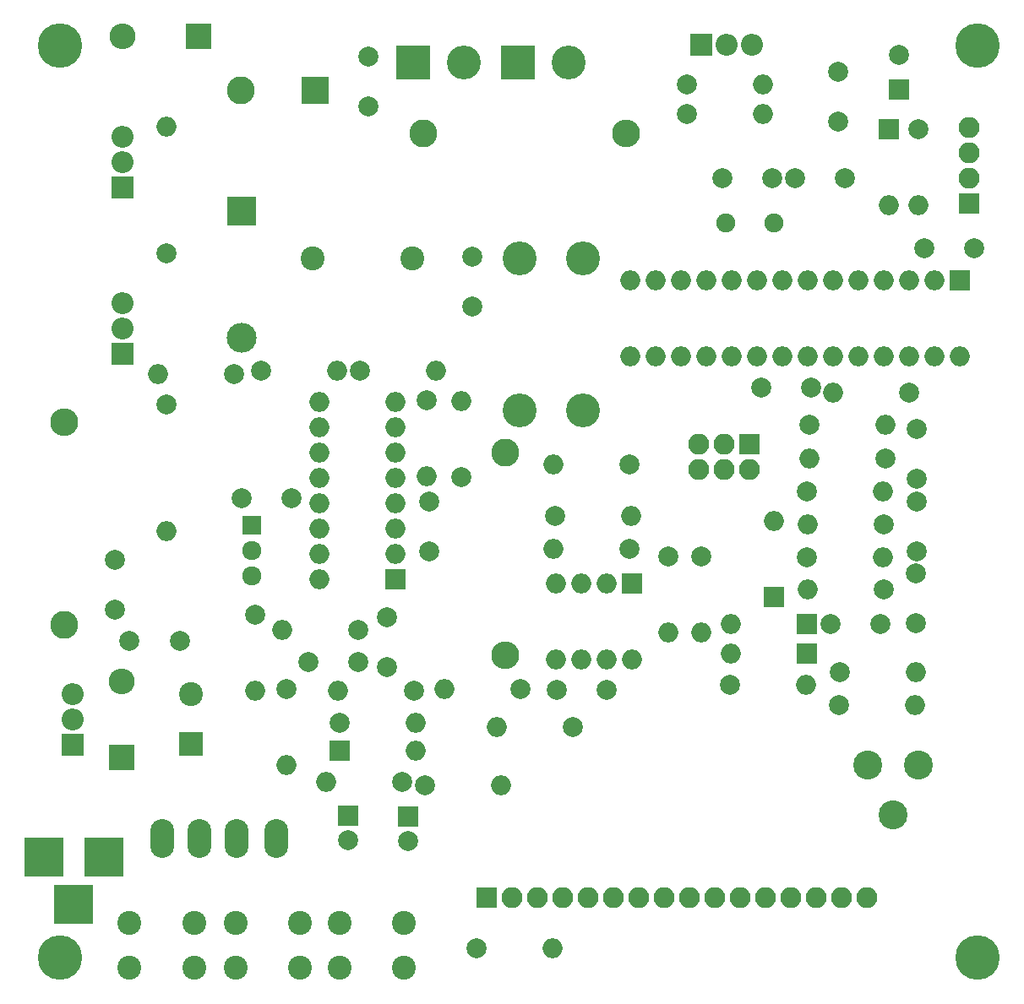
<source format=gbr>
G04 #@! TF.FileFunction,Soldermask,Bot*
%FSLAX46Y46*%
G04 Gerber Fmt 4.6, Leading zero omitted, Abs format (unit mm)*
G04 Created by KiCad (PCBNEW 4.0.7) date 03/09/21 14:26:30*
%MOMM*%
%LPD*%
G01*
G04 APERTURE LIST*
%ADD10C,0.100000*%
%ADD11C,2.000000*%
%ADD12O,2.000000X2.000000*%
%ADD13C,1.920000*%
%ADD14R,1.920000X1.920000*%
%ADD15R,2.000000X2.000000*%
%ADD16R,2.100000X2.100000*%
%ADD17O,2.100000X2.100000*%
%ADD18R,3.900000X3.900000*%
%ADD19R,2.200000X2.200000*%
%ADD20O,2.200000X2.200000*%
%ADD21C,4.464000*%
%ADD22C,1.900000*%
%ADD23R,2.600000X2.600000*%
%ADD24O,2.600000X2.600000*%
%ADD25R,3.400000X3.400000*%
%ADD26C,3.400000*%
%ADD27C,2.400000*%
%ADD28C,2.800000*%
%ADD29O,2.800000X2.800000*%
%ADD30C,2.900000*%
%ADD31R,2.800000X2.800000*%
%ADD32R,3.000000X3.000000*%
%ADD33O,3.000000X3.000000*%
%ADD34O,2.400000X3.900000*%
%ADD35R,2.400000X2.400000*%
G04 APERTURE END LIST*
D10*
D11*
X56500000Y-54800000D03*
D12*
X56500000Y-42100000D03*
D13*
X65000000Y-84640000D03*
X65000000Y-87180000D03*
D14*
X65000000Y-82100000D03*
D11*
X95600000Y-98600000D03*
X100600000Y-98600000D03*
X95400000Y-81200000D03*
D12*
X103020000Y-81200000D03*
D15*
X129900000Y-38400000D03*
D11*
X129900000Y-34900000D03*
D15*
X128900000Y-42400000D03*
D12*
X128900000Y-50020000D03*
D16*
X114900000Y-74000000D03*
D17*
X114900000Y-76540000D03*
X112360000Y-74000000D03*
X112360000Y-76540000D03*
X109820000Y-74000000D03*
X109820000Y-76540000D03*
D11*
X131800000Y-42400000D03*
D12*
X131800000Y-50020000D03*
D15*
X136000000Y-57500000D03*
D12*
X102980000Y-65120000D03*
X133460000Y-57500000D03*
X105520000Y-65120000D03*
X130920000Y-57500000D03*
X108060000Y-65120000D03*
X128380000Y-57500000D03*
X110600000Y-65120000D03*
X125840000Y-57500000D03*
X113140000Y-65120000D03*
X123300000Y-57500000D03*
X115680000Y-65120000D03*
X120760000Y-57500000D03*
X118220000Y-65120000D03*
X118220000Y-57500000D03*
X120760000Y-65120000D03*
X115680000Y-57500000D03*
X123300000Y-65120000D03*
X113140000Y-57500000D03*
X125840000Y-65120000D03*
X110600000Y-57500000D03*
X128380000Y-65120000D03*
X108060000Y-57500000D03*
X130920000Y-65120000D03*
X105520000Y-57500000D03*
X133460000Y-65120000D03*
X102980000Y-57500000D03*
X136000000Y-65120000D03*
D18*
X50200000Y-115400000D03*
X44200000Y-115400000D03*
X47200000Y-120100000D03*
D19*
X47100000Y-104100000D03*
D20*
X47100000Y-101560000D03*
X47100000Y-99020000D03*
D21*
X45804000Y-34016000D03*
X137752000Y-34016000D03*
X137752000Y-125456000D03*
X45804000Y-125456000D03*
D16*
X136900000Y-49800000D03*
D17*
X136900000Y-47260000D03*
X136900000Y-44720000D03*
X136900000Y-42180000D03*
D22*
X117400000Y-51800000D03*
X112520000Y-51800000D03*
D15*
X120700000Y-92000000D03*
D12*
X113080000Y-92000000D03*
D23*
X52000000Y-105400000D03*
D24*
X52000000Y-97780000D03*
D25*
X91700000Y-35700000D03*
D26*
X96780000Y-35700000D03*
D25*
X81200000Y-35700000D03*
D26*
X86280000Y-35700000D03*
D27*
X59300000Y-122000000D03*
X59300000Y-126500000D03*
X52800000Y-122000000D03*
X52800000Y-126500000D03*
X69900000Y-122000000D03*
X69900000Y-126500000D03*
X63400000Y-122000000D03*
X63400000Y-126500000D03*
X80300000Y-122000000D03*
X80300000Y-126500000D03*
X73800000Y-122000000D03*
X73800000Y-126500000D03*
X71100000Y-55300000D03*
X81100000Y-55300000D03*
D11*
X102900000Y-84500000D03*
D12*
X95280000Y-84500000D03*
D11*
X113000000Y-98100000D03*
D12*
X120620000Y-98100000D03*
D11*
X124000000Y-96800000D03*
D12*
X131620000Y-96800000D03*
D11*
X87600000Y-124500000D03*
D12*
X95220000Y-124500000D03*
D28*
X90400000Y-74800000D03*
D29*
X90400000Y-95120000D03*
D11*
X128400000Y-88500000D03*
D12*
X120780000Y-88500000D03*
D11*
X128400000Y-82000000D03*
D12*
X120780000Y-82000000D03*
D11*
X128500000Y-75400000D03*
D12*
X120880000Y-75400000D03*
D11*
X120700000Y-85300000D03*
D12*
X128320000Y-85300000D03*
D11*
X120700000Y-78700000D03*
D12*
X128320000Y-78700000D03*
D11*
X120900000Y-72000000D03*
D12*
X128520000Y-72000000D03*
D30*
X129300000Y-111140000D03*
X126800000Y-106100000D03*
X131800000Y-106100000D03*
D16*
X88600000Y-119400000D03*
D17*
X91140000Y-119400000D03*
X93680000Y-119400000D03*
X96220000Y-119400000D03*
X98760000Y-119400000D03*
X101300000Y-119400000D03*
X103840000Y-119400000D03*
X106380000Y-119400000D03*
X108920000Y-119400000D03*
X111460000Y-119400000D03*
X114000000Y-119400000D03*
X116540000Y-119400000D03*
X119080000Y-119400000D03*
X121620000Y-119400000D03*
X124160000Y-119400000D03*
X126700000Y-119400000D03*
D28*
X82200000Y-42800000D03*
D29*
X102520000Y-42800000D03*
D11*
X108600000Y-40900000D03*
D12*
X116220000Y-40900000D03*
D26*
X98210000Y-70620000D03*
X98210000Y-55380000D03*
X91860000Y-70620000D03*
X91860000Y-55380000D03*
D11*
X75700000Y-95800000D03*
X70700000Y-95800000D03*
X131600000Y-86900000D03*
X131600000Y-91900000D03*
X131700000Y-79700000D03*
X131700000Y-84700000D03*
X131700000Y-72400000D03*
X131700000Y-77400000D03*
X76700000Y-40100000D03*
X76700000Y-35100000D03*
X69000000Y-79400000D03*
X64000000Y-79400000D03*
X124500000Y-47300000D03*
X119500000Y-47300000D03*
X116100000Y-68300000D03*
X121100000Y-68300000D03*
X123800000Y-41600000D03*
X123800000Y-36600000D03*
X117200000Y-47300000D03*
X112200000Y-47300000D03*
X123000000Y-92000000D03*
X128000000Y-92000000D03*
X52800000Y-93700000D03*
X57800000Y-93700000D03*
X137400000Y-54300000D03*
X132400000Y-54300000D03*
D19*
X110100000Y-33900000D03*
D20*
X112640000Y-33900000D03*
X115180000Y-33900000D03*
D11*
X108600000Y-37900000D03*
D12*
X116220000Y-37900000D03*
D11*
X87100000Y-55200000D03*
X87100000Y-60200000D03*
D15*
X80700000Y-111300000D03*
D11*
X80700000Y-113800000D03*
X82800000Y-79700000D03*
X82800000Y-84700000D03*
D15*
X74700000Y-111200000D03*
D11*
X74700000Y-113700000D03*
D31*
X71400000Y-38500000D03*
D28*
X63900000Y-38500000D03*
D11*
X78600000Y-96300000D03*
X78600000Y-91300000D03*
D15*
X120700000Y-95000000D03*
D12*
X113080000Y-95000000D03*
D32*
X64000000Y-50600000D03*
D33*
X64000000Y-63300000D03*
D15*
X117400000Y-89300000D03*
D12*
X117400000Y-81680000D03*
D34*
X63550000Y-113500000D03*
X67500000Y-113500000D03*
X59800000Y-113500000D03*
X56100000Y-113500000D03*
D19*
X52100000Y-64900000D03*
D20*
X52100000Y-62360000D03*
X52100000Y-59820000D03*
D19*
X52100000Y-48200000D03*
D20*
X52100000Y-45660000D03*
X52100000Y-43120000D03*
D11*
X56500000Y-70000000D03*
D12*
X56500000Y-82700000D03*
D28*
X46200000Y-92100000D03*
D29*
X46200000Y-71780000D03*
D15*
X103100000Y-87900000D03*
D12*
X95480000Y-95520000D03*
X100560000Y-87900000D03*
X98020000Y-95520000D03*
X98020000Y-87900000D03*
X100560000Y-95520000D03*
X95480000Y-87900000D03*
X103100000Y-95520000D03*
D15*
X79400000Y-87500000D03*
D12*
X71780000Y-69720000D03*
X79400000Y-84960000D03*
X71780000Y-72260000D03*
X79400000Y-82420000D03*
X71780000Y-74800000D03*
X79400000Y-79880000D03*
X71780000Y-77340000D03*
X79400000Y-77340000D03*
X71780000Y-79880000D03*
X79400000Y-74800000D03*
X71780000Y-82420000D03*
X79400000Y-72260000D03*
X71780000Y-84960000D03*
X79400000Y-69720000D03*
X71780000Y-87500000D03*
D11*
X106800000Y-85200000D03*
D12*
X106800000Y-92820000D03*
D11*
X82400000Y-108200000D03*
D12*
X90020000Y-108200000D03*
D11*
X92000000Y-98500000D03*
D12*
X84380000Y-98500000D03*
D11*
X82600000Y-69600000D03*
D12*
X82600000Y-77220000D03*
D11*
X81300000Y-98700000D03*
D12*
X73680000Y-98700000D03*
D11*
X73800000Y-101900000D03*
D12*
X81420000Y-101900000D03*
D11*
X86000000Y-77300000D03*
D12*
X86000000Y-69680000D03*
D11*
X97200000Y-102300000D03*
D12*
X89580000Y-102300000D03*
D11*
X75700000Y-92600000D03*
D12*
X68080000Y-92600000D03*
D11*
X80100000Y-107800000D03*
D12*
X72480000Y-107800000D03*
D11*
X110100000Y-85200000D03*
D12*
X110100000Y-92820000D03*
D11*
X75900000Y-66600000D03*
D12*
X83520000Y-66600000D03*
D11*
X66000000Y-66600000D03*
D12*
X73620000Y-66600000D03*
D11*
X102900000Y-76000000D03*
D12*
X95280000Y-76000000D03*
D11*
X130900000Y-68800000D03*
D12*
X123280000Y-68800000D03*
D11*
X123900000Y-100100000D03*
D12*
X131520000Y-100100000D03*
D11*
X63300000Y-66900000D03*
D12*
X55680000Y-66900000D03*
D35*
X58900000Y-104000000D03*
D27*
X58900000Y-99000000D03*
D11*
X51300000Y-90600000D03*
X51300000Y-85600000D03*
X65400000Y-91100000D03*
D12*
X65400000Y-98720000D03*
D23*
X59700000Y-33100000D03*
D24*
X52080000Y-33100000D03*
D15*
X73800000Y-104700000D03*
D12*
X81420000Y-104700000D03*
D11*
X68500000Y-98500000D03*
D12*
X68500000Y-106120000D03*
M02*

</source>
